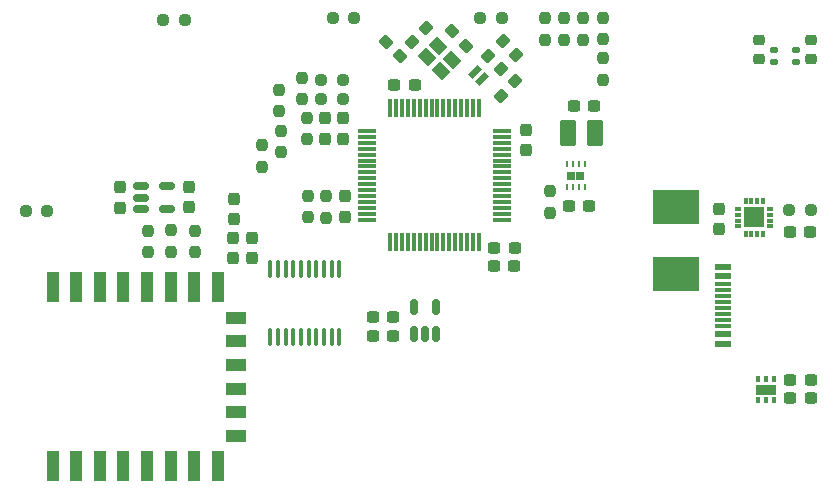
<source format=gtp>
G04 #@! TF.GenerationSoftware,KiCad,Pcbnew,7.0.2-0*
G04 #@! TF.CreationDate,2023-09-20T20:36:22-05:00*
G04 #@! TF.ProjectId,spudglo_driver_v5p0,73707564-676c-46f5-9f64-72697665725f,rev?*
G04 #@! TF.SameCoordinates,Original*
G04 #@! TF.FileFunction,Paste,Top*
G04 #@! TF.FilePolarity,Positive*
%FSLAX46Y46*%
G04 Gerber Fmt 4.6, Leading zero omitted, Abs format (unit mm)*
G04 Created by KiCad (PCBNEW 7.0.2-0) date 2023-09-20 20:36:22*
%MOMM*%
%LPD*%
G01*
G04 APERTURE LIST*
G04 Aperture macros list*
%AMRoundRect*
0 Rectangle with rounded corners*
0 $1 Rounding radius*
0 $2 $3 $4 $5 $6 $7 $8 $9 X,Y pos of 4 corners*
0 Add a 4 corners polygon primitive as box body*
4,1,4,$2,$3,$4,$5,$6,$7,$8,$9,$2,$3,0*
0 Add four circle primitives for the rounded corners*
1,1,$1+$1,$2,$3*
1,1,$1+$1,$4,$5*
1,1,$1+$1,$6,$7*
1,1,$1+$1,$8,$9*
0 Add four rect primitives between the rounded corners*
20,1,$1+$1,$2,$3,$4,$5,0*
20,1,$1+$1,$4,$5,$6,$7,0*
20,1,$1+$1,$6,$7,$8,$9,0*
20,1,$1+$1,$8,$9,$2,$3,0*%
%AMRotRect*
0 Rectangle, with rotation*
0 The origin of the aperture is its center*
0 $1 length*
0 $2 width*
0 $3 Rotation angle, in degrees counterclockwise*
0 Add horizontal line*
21,1,$1,$2,0,0,$3*%
G04 Aperture macros list end*
%ADD10RoundRect,0.237500X-0.237500X0.250000X-0.237500X-0.250000X0.237500X-0.250000X0.237500X0.250000X0*%
%ADD11RoundRect,0.237500X0.300000X0.237500X-0.300000X0.237500X-0.300000X-0.237500X0.300000X-0.237500X0*%
%ADD12RotRect,0.575000X1.140000X135.000000*%
%ADD13RoundRect,0.237500X0.237500X-0.250000X0.237500X0.250000X-0.237500X0.250000X-0.237500X-0.250000X0*%
%ADD14RoundRect,0.075000X-0.075000X0.700000X-0.075000X-0.700000X0.075000X-0.700000X0.075000X0.700000X0*%
%ADD15RoundRect,0.075000X-0.700000X0.075000X-0.700000X-0.075000X0.700000X-0.075000X0.700000X0.075000X0*%
%ADD16RoundRect,0.237500X0.380070X-0.044194X-0.044194X0.380070X-0.380070X0.044194X0.044194X-0.380070X0*%
%ADD17RoundRect,0.237500X-0.237500X0.300000X-0.237500X-0.300000X0.237500X-0.300000X0.237500X0.300000X0*%
%ADD18RoundRect,0.237500X0.250000X0.237500X-0.250000X0.237500X-0.250000X-0.237500X0.250000X-0.237500X0*%
%ADD19R,4.000000X3.000000*%
%ADD20RotRect,1.000000X1.200000X45.000000*%
%ADD21RoundRect,0.237500X0.237500X-0.300000X0.237500X0.300000X-0.237500X0.300000X-0.237500X-0.300000X0*%
%ADD22RoundRect,0.237500X-0.250000X-0.237500X0.250000X-0.237500X0.250000X0.237500X-0.250000X0.237500X0*%
%ADD23RoundRect,0.237500X-0.300000X-0.237500X0.300000X-0.237500X0.300000X0.237500X-0.300000X0.237500X0*%
%ADD24RoundRect,0.237500X-0.044194X-0.380070X0.380070X0.044194X0.044194X0.380070X-0.380070X-0.044194X0*%
%ADD25RoundRect,0.150000X0.150000X-0.512500X0.150000X0.512500X-0.150000X0.512500X-0.150000X-0.512500X0*%
%ADD26RoundRect,0.218750X-0.256250X0.218750X-0.256250X-0.218750X0.256250X-0.218750X0.256250X0.218750X0*%
%ADD27RoundRect,0.135000X-0.185000X0.135000X-0.185000X-0.135000X0.185000X-0.135000X0.185000X0.135000X0*%
%ADD28R,1.450000X0.600000*%
%ADD29R,1.450000X0.300000*%
%ADD30R,1.000000X2.500000*%
%ADD31R,1.800000X1.000000*%
%ADD32R,0.400000X0.470000*%
%ADD33R,1.700000X0.950000*%
%ADD34R,0.625000X0.300000*%
%ADD35R,0.300000X0.625000*%
%ADD36R,1.700000X1.700000*%
%ADD37RoundRect,0.250001X-0.462499X-0.849999X0.462499X-0.849999X0.462499X0.849999X-0.462499X0.849999X0*%
%ADD38R,0.650000X0.750000*%
%ADD39R,0.250000X0.500000*%
%ADD40RoundRect,0.150000X-0.512500X-0.150000X0.512500X-0.150000X0.512500X0.150000X-0.512500X0.150000X0*%
%ADD41RoundRect,0.100000X-0.100000X0.637500X-0.100000X-0.637500X0.100000X-0.637500X0.100000X0.637500X0*%
G04 APERTURE END LIST*
D10*
X124180000Y-141897500D03*
X124180000Y-143722500D03*
D11*
X106410812Y-165400000D03*
X104685812Y-165400000D03*
D12*
X113970812Y-143630000D03*
X113387448Y-143046636D03*
D13*
X87650812Y-158290000D03*
X87650812Y-156465000D03*
D14*
X113675812Y-146135000D03*
X113175812Y-146135000D03*
X112675812Y-146135000D03*
X112175812Y-146135000D03*
X111675812Y-146135000D03*
X111175812Y-146135000D03*
X110675812Y-146135000D03*
X110175812Y-146135000D03*
X109675812Y-146135000D03*
X109175812Y-146135000D03*
X108675812Y-146135000D03*
X108175812Y-146135000D03*
X107675812Y-146135000D03*
X107175812Y-146135000D03*
X106675812Y-146135000D03*
X106175812Y-146135000D03*
D15*
X104250812Y-148060000D03*
X104250812Y-148560000D03*
X104250812Y-149060000D03*
X104250812Y-149560000D03*
X104250812Y-150060000D03*
X104250812Y-150560000D03*
X104250812Y-151060000D03*
X104250812Y-151560000D03*
X104250812Y-152060000D03*
X104250812Y-152560000D03*
X104250812Y-153060000D03*
X104250812Y-153560000D03*
X104250812Y-154060000D03*
X104250812Y-154560000D03*
X104250812Y-155060000D03*
X104250812Y-155560000D03*
D14*
X106175812Y-157485000D03*
X106675812Y-157485000D03*
X107175812Y-157485000D03*
X107675812Y-157485000D03*
X108175812Y-157485000D03*
X108675812Y-157485000D03*
X109175812Y-157485000D03*
X109675812Y-157485000D03*
X110175812Y-157485000D03*
X110675812Y-157485000D03*
X111175812Y-157485000D03*
X111675812Y-157485000D03*
X112175812Y-157485000D03*
X112675812Y-157485000D03*
X113175812Y-157485000D03*
X113675812Y-157485000D03*
D15*
X115600812Y-155560000D03*
X115600812Y-155060000D03*
X115600812Y-154560000D03*
X115600812Y-154060000D03*
X115600812Y-153560000D03*
X115600812Y-153060000D03*
X115600812Y-152560000D03*
X115600812Y-152060000D03*
X115600812Y-151560000D03*
X115600812Y-151060000D03*
X115600812Y-150560000D03*
X115600812Y-150060000D03*
X115600812Y-149560000D03*
X115600812Y-149060000D03*
X115600812Y-148560000D03*
X115600812Y-148060000D03*
D16*
X107010572Y-141739760D03*
X105790812Y-140520000D03*
D11*
X123473312Y-145940000D03*
X121748312Y-145940000D03*
D17*
X92947812Y-153789000D03*
X92947812Y-155514000D03*
D18*
X115645812Y-138460000D03*
X113820812Y-138460000D03*
D10*
X96960812Y-148020000D03*
X96960812Y-149845000D03*
D19*
X130390812Y-154530000D03*
X130390812Y-160130000D03*
D20*
X109270812Y-141750000D03*
X110472893Y-142952081D03*
X111392132Y-142032842D03*
X110190051Y-140830761D03*
D10*
X100750812Y-153560000D03*
X100750812Y-155385000D03*
D21*
X102210812Y-148695000D03*
X102210812Y-146970000D03*
D22*
X139950812Y-154770000D03*
X141775812Y-154770000D03*
X75315812Y-154820000D03*
X77140812Y-154820000D03*
D21*
X102320812Y-155310000D03*
X102320812Y-153585000D03*
D22*
X100330812Y-145320000D03*
X102155812Y-145320000D03*
D10*
X122540812Y-138510000D03*
X122540812Y-140335000D03*
D23*
X114978312Y-157920000D03*
X116703312Y-157920000D03*
D24*
X114480240Y-141694760D03*
X115700000Y-140475000D03*
D18*
X102175812Y-143720000D03*
X100350812Y-143720000D03*
D13*
X119700812Y-154962500D03*
X119700812Y-153137500D03*
D23*
X121290812Y-154380000D03*
X123015812Y-154380000D03*
D18*
X103135812Y-138490000D03*
X101310812Y-138490000D03*
D13*
X85660812Y-158310000D03*
X85660812Y-156485000D03*
D25*
X108160812Y-165265000D03*
X109110812Y-165265000D03*
X110060812Y-165265000D03*
X110060812Y-162990000D03*
X108160812Y-162990000D03*
D24*
X107990932Y-140539880D03*
X109210692Y-139320120D03*
D23*
X106535812Y-144170000D03*
X108260812Y-144170000D03*
D26*
X141770000Y-140350000D03*
X141770000Y-141925000D03*
D10*
X98740812Y-143547500D03*
X98740812Y-145372500D03*
D27*
X138700000Y-141200000D03*
X138700000Y-142220000D03*
D13*
X99150812Y-148762500D03*
X99150812Y-146937500D03*
X99190812Y-155365000D03*
X99190812Y-153540000D03*
D23*
X140000812Y-156580000D03*
X141725812Y-156580000D03*
D24*
X115520932Y-145079880D03*
X116740692Y-143860120D03*
D13*
X95320812Y-151095000D03*
X95320812Y-149270000D03*
D28*
X134395812Y-166050000D03*
X134395812Y-165250000D03*
D29*
X134395812Y-164050000D03*
X134395812Y-163050000D03*
X134395812Y-162550000D03*
X134395812Y-161550000D03*
D28*
X134395812Y-160350000D03*
X134395812Y-159550000D03*
X134395812Y-159550000D03*
X134395812Y-160350000D03*
D29*
X134395812Y-161050000D03*
X134395812Y-162050000D03*
X134395812Y-163550000D03*
X134395812Y-164550000D03*
D28*
X134395812Y-165250000D03*
X134395812Y-166050000D03*
D30*
X77590812Y-176460000D03*
X79590812Y-176460000D03*
X81590812Y-176460000D03*
X83590812Y-176460000D03*
X85590812Y-176460000D03*
X87590812Y-176460000D03*
X89590812Y-176460000D03*
X91590812Y-176460000D03*
D31*
X93090812Y-173860000D03*
X93090812Y-171860000D03*
X93090812Y-169860000D03*
X93090812Y-167860000D03*
X93090812Y-165860000D03*
X93090812Y-163860000D03*
D30*
X91590812Y-161260000D03*
X89590812Y-161260000D03*
X87590812Y-161260000D03*
X85590812Y-161260000D03*
X83590812Y-161260000D03*
X81590812Y-161260000D03*
X79590812Y-161260000D03*
X77590812Y-161260000D03*
D11*
X106408312Y-163825000D03*
X104683312Y-163825000D03*
D23*
X140055812Y-169100000D03*
X141780812Y-169100000D03*
X114940812Y-159450000D03*
X116665812Y-159450000D03*
D10*
X89670812Y-156485000D03*
X89670812Y-158310000D03*
D32*
X138640812Y-169040000D03*
X137990812Y-169040000D03*
X137340812Y-169040000D03*
X137340812Y-170870000D03*
X137990812Y-170870000D03*
X138640812Y-170870000D03*
D33*
X137990812Y-169955000D03*
D24*
X115575000Y-142800000D03*
X116794760Y-141580240D03*
D13*
X96800812Y-146380000D03*
X96800812Y-144555000D03*
D34*
X138373312Y-156135000D03*
X138373312Y-155635000D03*
X138373312Y-155135000D03*
X138373312Y-154635000D03*
D35*
X137765812Y-153967500D03*
X137265812Y-153967500D03*
X136765812Y-153967500D03*
X136265812Y-153967500D03*
D34*
X135598312Y-154635000D03*
X135598312Y-155135000D03*
X135598312Y-155635000D03*
X135598312Y-156135000D03*
D35*
X136265812Y-156742500D03*
X136765812Y-156742500D03*
X137265812Y-156742500D03*
X137765812Y-156742500D03*
D36*
X136990812Y-155360000D03*
D17*
X83260812Y-152815000D03*
X83260812Y-154540000D03*
D37*
X121210812Y-148230000D03*
X123535812Y-148230000D03*
D16*
X112610572Y-140849760D03*
X111390812Y-139630000D03*
D18*
X88800812Y-138670000D03*
X86975812Y-138670000D03*
D21*
X100660812Y-148705000D03*
X100660812Y-146980000D03*
X92890812Y-158845000D03*
X92890812Y-157120000D03*
D17*
X117640812Y-147950000D03*
X117640812Y-149675000D03*
D38*
X121480812Y-151840000D03*
X122280812Y-151840000D03*
D39*
X121130812Y-152790000D03*
X121630812Y-152790000D03*
X122130812Y-152790000D03*
X122630812Y-152790000D03*
X122630812Y-150890000D03*
X122130812Y-150890000D03*
X121630812Y-150890000D03*
X121130812Y-150890000D03*
D40*
X85043312Y-152740000D03*
X85043312Y-153690000D03*
X85043312Y-154640000D03*
X87318312Y-154640000D03*
X87318312Y-152740000D03*
D41*
X101870812Y-159775000D03*
X101220812Y-159775000D03*
X100570812Y-159775000D03*
X99920812Y-159775000D03*
X99270812Y-159775000D03*
X98620812Y-159775000D03*
X97970812Y-159775000D03*
X97320812Y-159775000D03*
X96670812Y-159775000D03*
X96020812Y-159775000D03*
X96020812Y-165500000D03*
X96670812Y-165500000D03*
X97320812Y-165500000D03*
X97970812Y-165500000D03*
X98620812Y-165500000D03*
X99270812Y-165500000D03*
X99920812Y-165500000D03*
X100570812Y-165500000D03*
X101220812Y-165500000D03*
X101870812Y-165500000D03*
D10*
X124160812Y-138465000D03*
X124160812Y-140290000D03*
D26*
X137420000Y-140375000D03*
X137420000Y-141950000D03*
D23*
X140055812Y-170700000D03*
X141780812Y-170700000D03*
D17*
X89120812Y-152785000D03*
X89120812Y-154510000D03*
D10*
X119290812Y-138507500D03*
X119290812Y-140332500D03*
X120910812Y-138520000D03*
X120910812Y-140345000D03*
D21*
X94471812Y-158816000D03*
X94471812Y-157091000D03*
D27*
X140500000Y-141200000D03*
X140500000Y-142220000D03*
D21*
X133980812Y-156345000D03*
X133980812Y-154620000D03*
M02*

</source>
